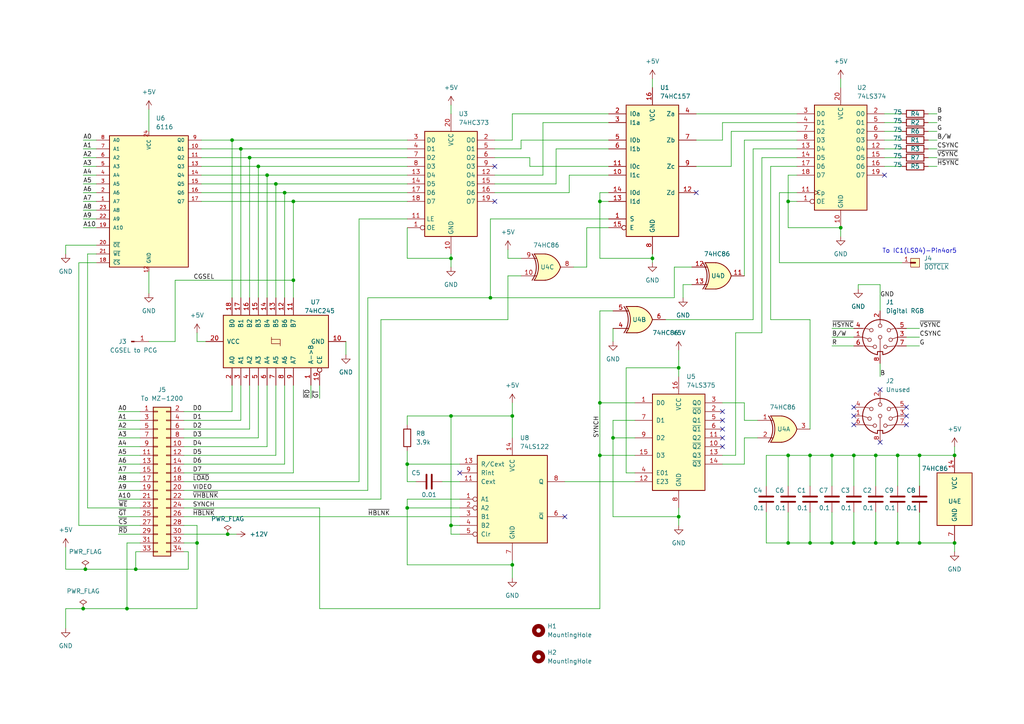
<source format=kicad_sch>
(kicad_sch (version 20231120) (generator "eeschema") (generator_version "8.0")
  (paper "A4")
  (title_block (title "MZ-700-like Colour board for MZ-1200") (date "2024-07-24") (rev "1.0"))
  (lib_symbols
    (symbol "74xx:74LS122" (pin_names (offset 1.016))
      (property "Reference" "U8" (at 2.1941 17.78 0))
      (property "Value" "74LS122" (at 2.1941 15.24 0))
      (symbol "74LS122_1_0"
        (pin input inverted (at -15.24 0 0) (length 5.08) (name "A1") (number "1"))
        (pin no_connect line (at -15.24 2.54 0) (length 2.54) hide (name "NC") (number "10"))
        (pin input line (at -15.24 5.08 0) (length 5.08) (name "Cext") (number "11"))
        (pin no_connect line (at -15.24 5.08 0) (length 2.54) hide (name "NC") (number "12"))
        (pin input line (at -15.24 10.16 0) (length 5.08) (name "R/Cext") (number "13"))
        (pin power_in line (at 0 17.78 270) (length 5.08) (name "VCC") (number "14"))
        (pin input inverted (at -15.24 -2.54 0) (length 5.08) (name "A2") (number "2"))
        (pin input line (at -15.24 -5.08 0) (length 5.08) (name "B1") (number "3"))
        (pin input line (at -15.24 -7.62 0) (length 5.08) (name "B2") (number "4"))
        (pin input inverted (at -15.24 -10.16 0) (length 5.08) (name "Clr") (number "5"))
        (pin output line (at 15.24 -5.08 180) (length 5.08) (name "~{Q}") (number "6"))
        (pin power_in line (at 0 -17.78 90) (length 5.08) (name "GND") (number "7"))
        (pin output line (at 15.24 5.08 180) (length 5.08) (name "Q") (number "8"))
        (pin input line (at -15.24 7.62 0) (length 5.08) (name "Rint") (number "9"))
      )
    )
    (symbol "74xx:74LS157" (pin_names (offset 1.016))
      (property "Reference" "U" (at -7.62 19.05 0))
      (property "Value" "74LS157" (at -7.62 -21.59 0))
      (symbol "74LS157_1_0"
        (pin input line (at -12.7 -15.24 0) (length 5.08) (name "S") (number "1"))
        (pin input line (at -12.7 -2.54 0) (length 5.08) (name "I1c") (number "10"))
        (pin input line (at -12.7 0 0) (length 5.08) (name "I0c") (number "11"))
        (pin output line (at 12.7 -7.62 180) (length 5.08) (name "Zd") (number "12"))
        (pin input line (at -12.7 -10.16 0) (length 5.08) (name "I1d") (number "13"))
        (pin input line (at -12.7 -7.62 0) (length 5.08) (name "I0d") (number "14"))
        (pin input inverted (at -12.7 -17.78 0) (length 5.08) (name "E") (number "15"))
        (pin power_in line (at 0 22.86 270) (length 5.08) (name "VCC") (number "16"))
        (pin input line (at -12.7 15.24 0) (length 5.08) (name "I0a") (number "2"))
        (pin input line (at -12.7 12.7 0) (length 5.08) (name "I1a") (number "3"))
        (pin output line (at 12.7 15.24 180) (length 5.08) (name "Za") (number "4"))
        (pin input line (at -12.7 7.62 0) (length 5.08) (name "I0b") (number "5"))
        (pin input line (at -12.7 5.08 0) (length 5.08) (name "I1b") (number "6"))
        (pin output line (at 12.7 7.62 180) (length 5.08) (name "Zb") (number "7"))
        (pin power_in line (at 0 -25.4 90) (length 5.08) (name "GND") (number "8"))
        (pin output line (at 12.7 0 180) (length 5.08) (name "Zc") (number "9"))
      )
    )
    (symbol "74xx:74LS245" (pin_names (offset 1.016))
      (property "Reference" "U" (at -7.62 16.51 0))
      (property "Value" "74LS245" (at -7.62 -16.51 0))
      (symbol "74LS245_1_0"
        (pin input line (at -12.7 -10.16 0) (length 5.08) (name "A->B") (number "1"))
        (pin power_in line (at 0 -20.32 90) (length 5.08) (name "GND") (number "10"))
        (pin tri_state line (at 12.7 -5.08 180) (length 5.08) (name "B7") (number "11"))
        (pin tri_state line (at 12.7 -2.54 180) (length 5.08) (name "B6") (number "12"))
        (pin tri_state line (at 12.7 0 180) (length 5.08) (name "B5") (number "13"))
        (pin tri_state line (at 12.7 2.54 180) (length 5.08) (name "B4") (number "14"))
        (pin tri_state line (at 12.7 5.08 180) (length 5.08) (name "B3") (number "15"))
        (pin tri_state line (at 12.7 7.62 180) (length 5.08) (name "B2") (number "16"))
        (pin tri_state line (at 12.7 10.16 180) (length 5.08) (name "B1") (number "17"))
        (pin tri_state line (at 12.7 12.7 180) (length 5.08) (name "B0") (number "18"))
        (pin input inverted (at -12.7 -12.7 0) (length 5.08) (name "CE") (number "19"))
        (pin tri_state line (at -12.7 12.7 0) (length 5.08) (name "A0") (number "2"))
        (pin power_in line (at 0 20.32 270) (length 5.08) (name "VCC") (number "20"))
        (pin tri_state line (at -12.7 10.16 0) (length 5.08) (name "A1") (number "3"))
        (pin tri_state line (at -12.7 7.62 0) (length 5.08) (name "A2") (number "4"))
        (pin tri_state line (at -12.7 5.08 0) (length 5.08) (name "A3") (number "5"))
        (pin tri_state line (at -12.7 2.54 0) (length 5.08) (name "A4") (number "6"))
        (pin tri_state line (at -12.7 0 0) (length 5.08) (name "A5") (number "7"))
        (pin tri_state line (at -12.7 -2.54 0) (length 5.08) (name "A6") (number "8"))
        (pin tri_state line (at -12.7 -5.08 0) (length 5.08) (name "A7") (number "9"))
      )
    )
    (symbol "74xx:74LS373"
      (property "Reference" "U" (at -7.62 16.51 0))
      (property "Value" "74LS373" (at -7.62 -16.51 0))
      (symbol "74LS373_1_0"
        (pin input inverted (at -12.7 -12.7 0) (length 5.08) (name "OE") (number "1"))
        (pin power_in line (at 0 -20.32 90) (length 5.08) (name "GND") (number "10"))
        (pin input line (at -12.7 -10.16 0) (length 5.08) (name "LE") (number "11"))
        (pin tri_state line (at 12.7 2.54 180) (length 5.08) (name "O4") (number "12"))
        (pin input line (at -12.7 2.54 0) (length 5.08) (name "D4") (number "13"))
        (pin input line (at -12.7 0 0) (length 5.08) (name "D5") (number "14"))
        (pin tri_state line (at 12.7 0 180) (length 5.08) (name "O5") (number "15"))
        (pin tri_state line (at 12.7 -2.54 180) (length 5.08) (name "O6") (number "16"))
        (pin input line (at -12.7 -2.54 0) (length 5.08) (name "D6") (number "17"))
        (pin input line (at -12.7 -5.08 0) (length 5.08) (name "D7") (number "18"))
        (pin tri_state line (at 12.7 -5.08 180) (length 5.08) (name "O7") (number "19"))
        (pin tri_state line (at 12.7 12.7 180) (length 5.08) (name "O0") (number "2"))
        (pin power_in line (at 0 20.32 270) (length 5.08) (name "VCC") (number "20"))
        (pin input line (at -12.7 12.7 0) (length 5.08) (name "D0") (number "3"))
        (pin input line (at -12.7 10.16 0) (length 5.08) (name "D1") (number "4"))
        (pin tri_state line (at 12.7 10.16 180) (length 5.08) (name "O1") (number "5"))
        (pin tri_state line (at 12.7 7.62 180) (length 5.08) (name "O2") (number "6"))
        (pin input line (at -12.7 7.62 0) (length 5.08) (name "D2") (number "7"))
        (pin input line (at -12.7 5.08 0) (length 5.08) (name "D3") (number "8"))
        (pin tri_state line (at 12.7 5.08 180) (length 5.08) (name "O3") (number "9"))
      )
    )
    (symbol "74xx:74LS374"
      (property "Reference" "U" (at -7.62 16.51 0))
      (property "Value" "74LS374" (at -7.62 -16.51 0))
      (symbol "74LS374_1_0"
        (pin input inverted (at -12.7 -12.7 0) (length 5.08) (name "OE") (number "1"))
        (pin power_in line (at 0 -20.32 90) (length 5.08) (name "GND") (number "10"))
        (pin input clock (at -12.7 -10.16 0) (length 5.08) (name "Cp") (number "11"))
        (pin tri_state line (at 12.7 2.54 180) (length 5.08) (name "O4") (number "12"))
        (pin input line (at -12.7 2.54 0) (length 5.08) (name "D4") (number "13"))
        (pin input line (at -12.7 0 0) (length 5.08) (name "D5") (number "14"))
        (pin tri_state line (at 12.7 0 180) (length 5.08) (name "O5") (number "15"))
        (pin tri_state line (at 12.7 -2.54 180) (length 5.08) (name "O6") (number "16"))
        (pin input line (at -12.7 -2.54 0) (length 5.08) (name "D6") (number "17"))
        (pin input line (at -12.7 -5.08 0) (length 5.08) (name "D7") (number "18"))
        (pin tri_state line (at 12.7 -5.08 180) (length 5.08) (name "O7") (number "19"))
        (pin tri_state line (at 12.7 12.7 180) (length 5.08) (name "O0") (number "2"))
        (pin power_in line (at 0 20.32 270) (length 5.08) (name "VCC") (number "20"))
        (pin input line (at -12.7 12.7 0) (length 5.08) (name "D0") (number "3"))
        (pin input line (at -12.7 10.16 0) (length 5.08) (name "D1") (number "4"))
        (pin tri_state line (at 12.7 10.16 180) (length 5.08) (name "O1") (number "5"))
        (pin tri_state line (at 12.7 7.62 180) (length 5.08) (name "O2") (number "6"))
        (pin input line (at -12.7 7.62 0) (length 5.08) (name "D2") (number "7"))
        (pin input line (at -12.7 5.08 0) (length 5.08) (name "D3") (number "8"))
        (pin tri_state line (at 12.7 5.08 180) (length 5.08) (name "O3") (number "9"))
      )
    )
    (symbol "74xx:74LS375" (pin_names (offset 1.016))
      (property "Reference" "U" (at -7.62 13.97 0))
      (property "Value" "74LS375" (at -7.62 -16.51 0))
      (symbol "74LS375_1_0"
        (pin input line (at -12.7 10.16 0) (length 5.08) (name "D0") (number "1"))
        (pin output line (at 12.7 -2.54 180) (length 5.08) (name "~{Q2}") (number "10"))
        (pin output line (at 12.7 0 180) (length 5.08) (name "Q2") (number "11"))
        (pin input line (at -12.7 -12.7 0) (length 5.08) (name "E23") (number "12"))
        (pin output line (at 12.7 -5.08 180) (length 5.08) (name "Q3") (number "13"))
        (pin output line (at 12.7 -7.62 180) (length 5.08) (name "~{Q3}") (number "14"))
        (pin input line (at -12.7 -5.08 0) (length 5.08) (name "D3") (number "15"))
        (pin power_in line (at 0 17.78 270) (length 5.08) (name "VCC") (number "16"))
        (pin output line (at 12.7 7.62 180) (length 5.08) (name "~{Q0}") (number "2"))
        (pin output line (at 12.7 10.16 180) (length 5.08) (name "Q0") (number "3"))
        (pin input line (at -12.7 -10.16 0) (length 5.08) (name "E01") (number "4"))
        (pin output line (at 12.7 5.08 180) (length 5.08) (name "Q1") (number "5"))
        (pin output line (at 12.7 2.54 180) (length 5.08) (name "~{Q1}") (number "6"))
        (pin input line (at -12.7 5.08 0) (length 5.08) (name "D1") (number "7"))
        (pin power_in line (at 0 -20.32 90) (length 5.08) (name "GND") (number "8"))
        (pin input line (at -12.7 0 0) (length 5.08) (name "D2") (number "9"))
      )
    )
    (symbol "74xx:74LS86" (pin_names (offset 1.016))
      (property "Reference" "U" (at 0 1.27 0))
      (property "Value" "74LS86" (at 0 -1.27 0))
      (symbol "74LS86_1_0"
        (pin input line (at -7.62 2.54 0) (length 4.445) (name "~") (number "1"))
        (pin input line (at -7.62 -2.54 0) (length 4.445) (name "~") (number "2"))
        (pin output line (at 7.62 0 180) (length 3.81) (name "~") (number "3"))
      )
      (symbol "74LS86_2_0"
        (pin input line (at -7.62 2.54 0) (length 4.445) (name "~") (number "4"))
        (pin input line (at -7.62 -2.54 0) (length 4.445) (name "~") (number "5"))
        (pin output line (at 7.62 0 180) (length 3.81) (name "~") (number "6"))
      )
      (symbol "74LS86_3_0"
        (pin input line (at -7.62 -2.54 0) (length 4.445) (name "~") (number "10"))
        (pin output line (at 7.62 0 180) (length 3.81) (name "~") (number "8"))
        (pin input line (at -7.62 2.54 0) (length 4.445) (name "~") (number "9"))
      )
      (symbol "74LS86_4_0"
        (pin output line (at 7.62 0 180) (length 3.81) (name "~") (number "11"))
        (pin input line (at -7.62 2.54 0) (length 4.445) (name "~") (number "12"))
        (pin input line (at -7.62 -2.54 0) (length 4.445) (name "~") (number "13"))
      )
      (symbol "74LS86_5_0"
        (pin power_in line (at 0 12.7 270) (length 5.08) (name "VCC") (number "14"))
        (pin power_in line (at 0 -12.7 90) (length 5.08) (name "GND") (number "7"))
      )
    )
    (symbol "Connector:Conn_01x01_Pin" (pin_names (offset 1.016) hide)
      (property "Reference" "J" (at 0 2.54 0))
      (property "Value" "Conn_01x01_Pin" (at 0 -2.54 0))
      (symbol "Conn_01x01_Pin_1_1"
        (pin passive line (at 5.08 0 180) (length 3.81) (name "Pin_1") (number "1"))
      )
    )
    (symbol "Connector:DIN-8" (pin_names (offset 1.016))
      (property "Reference" "J" (at 3.175 5.715 0))
      (property "Value" "DIN-8" (at 2.032 -5.842 0))
      (symbol "DIN-8_1_1"
        (pin passive line (at -7.62 0 0) (length 2.54) (name "~") (number "1"))
        (pin passive line (at 0 7.62 270) (length 2.54) (name "~") (number "2"))
        (pin passive line (at 7.62 0 180) (length 2.54) (name "~") (number "3"))
        (pin passive line (at -7.62 2.54 0) (length 2.54) (name "~") (number "4"))
        (pin passive line (at 7.62 2.54 180) (length 2.54) (name "~") (number "5"))
        (pin passive line (at -7.62 -2.54 0) (length 2.54) (name "~") (number "6"))
        (pin passive line (at 7.62 -2.54 180) (length 2.54) (name "~") (number "7"))
        (pin passive line (at 0 -7.62 90) (length 2.54) (name "~") (number "8"))
      )
    )
    (symbol "Connector_Generic:Conn_02x17_Odd_Even" (pin_names (offset 1.016) hide)
      (property "Reference" "J" (at 1.27 22.86 0))
      (property "Value" "Conn_02x17_Odd_Even" (at 1.27 -22.86 0))
      (symbol "Conn_02x17_Odd_Even_1_1"
        (pin passive line (at -5.08 20.32 0) (length 3.81) (name "Pin_1") (number "1"))
        (pin passive line (at 7.62 10.16 180) (length 3.81) (name "Pin_10") (number "10"))
        (pin passive line (at -5.08 7.62 0) (length 3.81) (name "Pin_11") (number "11"))
        (pin passive line (at 7.62 7.62 180) (length 3.81) (name "Pin_12") (number "12"))
        (pin passive line (at -5.08 5.08 0) (length 3.81) (name "Pin_13") (number "13"))
        (pin passive line (at 7.62 5.08 180) (length 3.81) (name "Pin_14") (number "14"))
        (pin passive line (at -5.08 2.54 0) (length 3.81) (name "Pin_15") (number "15"))
        (pin passive line (at 7.62 2.54 180) (length 3.81) (name "Pin_16") (number "16"))
        (pin passive line (at -5.08 0 0) (length 3.81) (name "Pin_17") (number "17"))
        (pin passive line (at 7.62 0 180) (length 3.81) (name "Pin_18") (number "18"))
        (pin passive line (at -5.08 -2.54 0) (length 3.81) (name "Pin_19") (number "19"))
        (pin passive line (at 7.62 20.32 180) (length 3.81) (name "Pin_2") (number "2"))
        (pin passive line (at 7.62 -2.54 180) (length 3.81) (name "Pin_20") (number "20"))
        (pin passive line (at -5.08 -5.08 0) (length 3.81) (name "Pin_21") (number "21"))
        (pin passive line (at 7.62 -5.08 180) (length 3.81) (name "Pin_22") (number "22"))
        (pin passive line (at -5.08 -7.62 0) (length 3.81) (name "Pin_23") (number "23"))
        (pin passive line (at 7.62 -7.62 180) (length 3.81) (name "Pin_24") (number "24"))
        (pin passive line (at -5.08 -10.16 0) (length 3.81) (name "Pin_25") (number "25"))
        (pin passive line (at 7.62 -10.16 180) (length 3.81) (name "Pin_26") (number "26"))
        (pin passive line (at -5.08 -12.7 0) (length 3.81) (name "Pin_27") (number "27"))
        (pin passive line (at 7.62 -12.7 180) (length 3.81) (name "Pin_28") (number "28"))
        (pin passive line (at -5.08 -15.24 0) (length 3.81) (name "Pin_29") (number "29"))
        (pin passive line (at -5.08 17.78 0) (length 3.81) (name "Pin_3") (number "3"))
        (pin passive line (at 7.62 -15.24 180) (length 3.81) (name "Pin_30") (number "30"))
        (pin passive line (at -5.08 -17.78 0) (length 3.81) (name "Pin_31") (number "31"))
        (pin passive line (at 7.62 -17.78 180) (length 3.81) (name "Pin_32") (number "32"))
        (pin passive line (at -5.08 -20.32 0) (length 3.81) (name "Pin_33") (number "33"))
        (pin passive line (at 7.62 -20.32 180) (length 3.81) (name "Pin_34") (number "34"))
        (pin passive line (at 7.62 17.78 180) (length 3.81) (name "Pin_4") (number "4"))
        (pin passive line (at -5.08 15.24 0) (length 3.81) (name "Pin_5") (number "5"))
        (pin passive line (at 7.62 15.24 180) (length 3.81) (name "Pin_6") (number "6"))
        (pin passive line (at -5.08 12.7 0) (length 3.81) (name "Pin_7") (number "7"))
        (pin passive line (at 7.62 12.7 180) (length 3.81) (name "Pin_8") (number "8"))
        (pin passive line (at -5.08 10.16 0) (length 3.81) (name "Pin_9") (number "9"))
      )
    )
    (symbol "Device:C" (pin_numbers hide) (pin_names (offset 0.254))
      (property "Reference" "C" (at 0.635 2.54 0))
      (property "Value" "C" (at 0.635 -2.54 0))
      (symbol "C_1_1"
        (pin passive line (at 0 3.81 270) (length 2.794) (name "~") (number "1"))
        (pin passive line (at 0 -3.81 90) (length 2.794) (name "~") (number "2"))
      )
    )
    (symbol "Device:R" (pin_numbers hide) (pin_names (offset 0))
      (property "Reference" "R" (at 2.032 0 90))
      (property "Value" "R" (at 0 0 90))
      (symbol "R_1_1"
        (pin passive line (at 0 3.81 270) (length 1.27) (name "~") (number "1"))
        (pin passive line (at 0 -3.81 90) (length 1.27) (name "~") (number "2"))
      )
    )
    (symbol "Mechanical:MountingHole" (pin_names (offset 1.016))
      (property "Reference" "H" (at 0 5.08 0))
      (property "Value" "MountingHole" (at 0 3.175 0))
    )
    (symbol "OLDmemory:6116" (pin_names (offset 1.016))
      (property "Reference" "U" (at -10.16 20.32 0))
      (property "Value" "6116" (at 8.89 -20.32 0))
      (symbol "6116_0_0"
        (pin power_in line (at 0 -20.32 90) (length 1.27) (name "GND") (number "12"))
        (pin power_in line (at 0 20.32 270) (length 1.27) (name "VCC") (number "24"))
      )
      (symbol "6116_1_1"
        (pin input line (at -15.24 0 0) (length 3.81) (name "A7") (number "1"))
        (pin tri_state line (at 15.24 15.24 180) (length 3.81) (name "Q1") (number "10"))
        (pin tri_state line (at 15.24 12.7 180) (length 3.81) (name "Q2") (number "11"))
        (pin tri_state line (at 15.24 10.16 180) (length 3.81) (name "Q3") (number "13"))
        (pin tri_state line (at 15.24 7.62 180) (length 3.81) (name "Q4") (number "14"))
        (pin tri_state line (at 15.24 5.08 180) (length 3.81) (name "Q5") (number "15"))
        (pin tri_state line (at 15.24 2.54 180) (length 3.81) (name "Q6") (number "16"))
        (pin tri_state line (at 15.24 0 180) (length 3.81) (name "Q7") (number "17"))
        (pin input line (at -15.24 -17.78 0) (length 3.81) (name "~{CS}") (number "18"))
        (pin input line (at -15.24 -7.62 0) (length 3.81) (name "A10") (number "19"))
        (pin input line (at -15.24 2.54 0) (length 3.81) (name "A6") (number "2"))
        (pin input line (at -15.24 -12.7 0) (length 3.81) (name "~{OE}") (number "20"))
        (pin input line (at -15.24 -15.24 0) (length 3.81) (name "~{WE}") (number "21"))
        (pin input line (at -15.24 -5.08 0) (length 3.81) (name "A9") (number "22"))
        (pin input line (at -15.24 -2.54 0) (length 3.81) (name "A8") (number "23"))
        (pin input line (at -15.24 5.08 0) (length 3.81) (name "A5") (number "3"))
        (pin input line (at -15.24 7.62 0) (length 3.81) (name "A4") (number "4"))
        (pin input line (at -15.24 10.16 0) (length 3.81) (name "A3") (number "5"))
        (pin input line (at -15.24 12.7 0) (length 3.81) (name "A2") (number "6"))
        (pin input line (at -15.24 15.24 0) (length 3.81) (name "A1") (number "7"))
        (pin input line (at -15.24 17.78 0) (length 3.81) (name "A0") (number "8"))
        (pin tri_state line (at 15.24 17.78 180) (length 3.81) (name "Q0") (number "9"))
      )
    )
    (symbol "PCM_SL_Pin_Headers:PINHD_1x1_Male"
      (property "Reference" "J" (at 0 6.35 0))
      (property "Value" "PINHD_1x1_Male" (at 0 3.81 0))
      (symbol "PINHD_1x1_Male_1_1"
        (pin passive line (at -3.81 0 0) (length 2.54) (name "") (number "1"))
      )
    )
    (symbol "power:+12V" (power) (pin_names (offset 0))
      (property "Value" "+12V" (at 0 3.556 0))
      (symbol "+12V_1_1"
        (pin power_in line (at 0 0 90) (length 0) hide (name "+12V") (number "1"))
      )
    )
    (symbol "power:+5V" (power) (pin_names (offset 0))
      (property "Value" "+5V" (at 0 3.556 0))
      (symbol "+5V_1_1"
        (pin power_in line (at 0 0 90) (length 0) hide (name "+5V") (number "1"))
      )
    )
    (symbol "power:GND" (power) (pin_names (offset 0))
      (property "Value" "GND" (at 0 -3.81 0))
      (symbol "GND_1_1"
        (pin power_in line (at 0 0 270) (length 0) hide (name "GND") (number "1"))
      )
    )
    (symbol "power:PWR_FLAG" (power) (pin_numbers hide) (pin_names (offset 0) hide)
      (property "Value" "PWR_FLAG" (at 0 3.81 0))
      (symbol "PWR_FLAG_0_0"
        (pin power_out line (at 0 0 90) (length 0) (name "pwr") (number "1"))
      )
    )
  )
  (junction (at 85.09 58.42))
  (junction (at 173.99 132.08))
  (junction (at 173.99 116.84))
  (junction (at 130.81 120.65))
  (junction (at 69.85 43.18))
  (junction (at 189.23 74.93))
  (junction (at 142.24 86.36))
  (junction (at 66.04 154.94))
  (junction (at 118.11 134.62))
  (junction (at 74.93 48.26))
  (junction (at 82.55 55.88))
  (junction (at 148.59 163.83))
  (junction (at 118.11 147.32))
  (junction (at 247.65 132.08))
  (junction (at 260.35 157.48))
  (junction (at 266.7 157.48))
  (junction (at 228.6 132.08))
  (junction (at 67.31 40.64))
  (junction (at 241.3 132.08))
  (junction (at 24.765 165.1))
  (junction (at 80.01 53.34))
  (junction (at 196.85 149.86))
  (junction (at 57.15 157.48))
  (junction (at 254 132.08))
  (junction (at 39.37 165.1))
  (junction (at 228.6 58.42))
  (junction (at 77.47 50.8))
  (junction (at 254 157.48))
  (junction (at 72.39 45.72))
  (junction (at 24.13 176.53))
  (junction (at 173.99 58.42))
  (junction (at 36.83 176.53))
  (junction (at 241.3 157.48))
  (junction (at 234.95 132.08))
  (junction (at 234.95 157.48))
  (junction (at 148.59 120.65))
  (junction (at 276.86 132.08))
  (junction (at 130.81 74.93))
  (junction (at 130.81 152.4))
  (junction (at 196.85 106.68))
  (junction (at 276.86 157.48))
  (junction (at 228.6 157.48))
  (junction (at 243.84 66.04))
  (junction (at 177.8 127))
  (junction (at 260.35 132.08))
  (junction (at 247.65 157.48))
  (junction (at 85.09 81.28))
  (junction (at 266.7 132.08))
  (no_connect (at 255.27 113.03))
  (no_connect (at 209.55 127))
  (no_connect (at 209.55 129.54))
  (no_connect (at 201.93 55.88))
  (no_connect (at 143.51 58.42))
  (no_connect (at 255.27 128.27))
  (no_connect (at 143.51 48.26))
  (no_connect (at 262.89 118.11))
  (no_connect (at 262.89 123.19))
  (no_connect (at 133.35 137.16))
  (no_connect (at 209.55 124.46))
  (no_connect (at 256.54 50.8))
  (no_connect (at 209.55 121.92))
  (no_connect (at 262.89 120.65))
  (no_connect (at 247.65 120.65))
  (no_connect (at 163.83 149.86))
  (no_connect (at 247.65 118.11))
  (no_connect (at 209.55 119.38))
  (no_connect (at 247.65 123.19))
  (wire (pts (xy 82.55 111.76) (xy 82.55 134.62)))
  (wire (pts (xy 36.83 157.48) (xy 36.83 176.53)))
  (wire (pts (xy 177.8 121.92) (xy 177.8 127)))
  (wire (pts (xy 54.61 160.02) (xy 53.34 160.02)))
  (wire (pts (xy 53.34 139.7) (xy 104.14 139.7)))
  (wire (pts (xy 22.86 152.4) (xy 22.86 76.2)))
  (wire (pts (xy 200.66 77.47) (xy 195.58 77.47)))
  (wire (pts (xy 193.04 92.71) (xy 218.44 92.71)))
  (wire (pts (xy 189.23 76.2) (xy 189.23 74.93)))
  (wire (pts (xy 24.765 165.1) (xy 39.37 165.1)))
  (wire (pts (xy 34.29 139.7) (xy 40.64 139.7)))
  (wire (pts (xy 255.27 82.55) (xy 248.92 82.55)))
  (wire (pts (xy 163.83 139.7) (xy 184.15 139.7)))
  (wire (pts (xy 231.14 55.88) (xy 226.06 55.88)))
  (wire (pts (xy 143.51 45.72) (xy 153.67 45.72)))
  (wire (pts (xy 254 132.08) (xy 260.35 132.08)))
  (wire (pts (xy 148.59 40.64) (xy 148.59 33.02)))
  (wire (pts (xy 118.11 66.04) (xy 118.11 74.93)))
  (wire (pts (xy 39.37 165.1) (xy 54.61 165.1)))
  (wire (pts (xy 209.55 132.08) (xy 213.36 132.08)))
  (wire (pts (xy 34.29 149.86) (xy 40.64 149.86)))
  (wire (pts (xy 177.8 127) (xy 184.15 127)))
  (wire (pts (xy 234.95 132.08) (xy 241.3 132.08)))
  (wire (pts (xy 262.89 100.33) (xy 266.7 100.33)))
  (wire (pts (xy 241.3 100.33) (xy 247.65 100.33)))
  (wire (pts (xy 151.13 80.01) (xy 147.32 80.01)))
  (wire (pts (xy 50.8 81.28) (xy 85.09 81.28)))
  (wire (pts (xy 67.31 40.64) (xy 58.42 40.64)))
  (wire (pts (xy 234.95 157.48) (xy 234.95 148.59)))
  (wire (pts (xy 34.29 129.54) (xy 40.64 129.54)))
  (wire (pts (xy 234.95 132.08) (xy 234.95 140.97)))
  (wire (pts (xy 212.09 48.26) (xy 212.09 38.1)))
  (wire (pts (xy 195.58 77.47) (xy 195.58 86.36)))
  (wire (pts (xy 228.6 132.08) (xy 228.6 140.97)))
  (wire (pts (xy 241.3 95.25) (xy 247.65 95.25)))
  (wire (pts (xy 39.37 165.1) (xy 39.37 160.02)))
  (wire (pts (xy 173.99 116.84) (xy 173.99 132.08)))
  (wire (pts (xy 198.12 82.55) (xy 200.66 82.55)))
  (wire (pts (xy 173.99 74.93) (xy 189.23 74.93)))
  (wire (pts (xy 184.15 121.92) (xy 177.8 121.92)))
  (wire (pts (xy 58.42 50.8) (xy 77.47 50.8)))
  (wire (pts (xy 90.17 111.76) (xy 90.17 115.57)))
  (wire (pts (xy 36.83 176.53) (xy 57.15 176.53)))
  (wire (pts (xy 130.81 154.94) (xy 133.35 154.94)))
  (wire (pts (xy 34.29 144.78) (xy 40.64 144.78)))
  (wire (pts (xy 215.9 80.01) (xy 215.9 40.64)))
  (wire (pts (xy 262.89 97.79) (xy 266.7 97.79)))
  (wire (pts (xy 118.11 147.32) (xy 118.11 144.78)))
  (wire (pts (xy 241.3 157.48) (xy 247.65 157.48)))
  (wire (pts (xy 223.52 92.71) (xy 223.52 48.26)))
  (wire (pts (xy 261.62 45.72) (xy 256.54 45.72)))
  (wire (pts (xy 130.81 152.4) (xy 130.81 154.94)))
  (wire (pts (xy 40.64 157.48) (xy 36.83 157.48)))
  (wire (pts (xy 201.93 48.26) (xy 212.09 48.26)))
  (wire (pts (xy 184.15 137.16) (xy 181.61 137.16)))
  (wire (pts (xy 58.42 55.88) (xy 82.55 55.88)))
  (wire (pts (xy 173.99 55.88) (xy 173.99 58.42)))
  (wire (pts (xy 24.13 60.96) (xy 27.94 60.96)))
  (wire (pts (xy 153.67 45.72) (xy 153.67 48.26)))
  (wire (pts (xy 266.7 148.59) (xy 266.7 157.48)))
  (wire (pts (xy 118.11 123.19) (xy 118.11 120.65)))
  (wire (pts (xy 80.01 53.34) (xy 80.01 86.36)))
  (wire (pts (xy 130.81 74.93) (xy 130.81 73.66)))
  (wire (pts (xy 260.35 148.59) (xy 260.35 157.48)))
  (wire (pts (xy 215.9 40.64) (xy 231.14 40.64)))
  (wire (pts (xy 222.25 148.59) (xy 222.25 157.48)))
  (wire (pts (xy 228.6 157.48) (xy 234.95 157.48)))
  (wire (pts (xy 85.09 58.42) (xy 85.09 81.28)))
  (wire (pts (xy 25.4 73.66) (xy 25.4 147.32)))
  (wire (pts (xy 67.31 111.76) (xy 67.31 119.38)))
  (wire (pts (xy 247.65 132.08) (xy 254 132.08)))
  (wire (pts (xy 262.89 95.25) (xy 266.7 95.25)))
  (wire (pts (xy 19.05 71.12) (xy 27.94 71.12)))
  (wire (pts (xy 82.55 55.88) (xy 118.11 55.88)))
  (wire (pts (xy 161.29 43.18) (xy 176.53 43.18)))
  (wire (pts (xy 74.93 127) (xy 53.34 127)))
  (wire (pts (xy 19.05 158.75) (xy 19.05 165.1)))
  (wire (pts (xy 201.93 33.02) (xy 231.14 33.02)))
  (wire (pts (xy 196.85 152.4) (xy 196.85 149.86)))
  (wire (pts (xy 231.14 58.42) (xy 228.6 58.42)))
  (wire (pts (xy 50.8 99.06) (xy 50.8 81.28)))
  (wire (pts (xy 92.71 111.76) (xy 92.71 115.57)))
  (wire (pts (xy 261.62 35.56) (xy 256.54 35.56)))
  (wire (pts (xy 34.29 142.24) (xy 40.64 142.24)))
  (wire (pts (xy 269.24 45.72) (xy 271.78 45.72)))
  (wire (pts (xy 80.01 53.34) (xy 118.11 53.34)))
  (wire (pts (xy 261.62 48.26) (xy 256.54 48.26)))
  (wire (pts (xy 173.99 132.08) (xy 173.99 176.53)))
  (wire (pts (xy 266.7 157.48) (xy 276.86 157.48)))
  (wire (pts (xy 24.13 50.8) (xy 27.94 50.8)))
  (wire (pts (xy 261.62 38.1) (xy 256.54 38.1)))
  (wire (pts (xy 53.34 149.86) (xy 133.35 149.86)))
  (wire (pts (xy 219.71 127) (xy 215.9 127)))
  (wire (pts (xy 213.36 96.52) (xy 220.98 96.52)))
  (wire (pts (xy 147.32 92.71) (xy 110.49 92.71)))
  (wire (pts (xy 77.47 50.8) (xy 77.47 86.36)))
  (wire (pts (xy 151.13 40.64) (xy 176.53 40.64)))
  (wire (pts (xy 260.35 132.08) (xy 266.7 132.08)))
  (wire (pts (xy 58.42 48.26) (xy 74.93 48.26)))
  (wire (pts (xy 82.55 134.62) (xy 53.34 134.62)))
  (wire (pts (xy 130.81 30.48) (xy 130.81 33.02)))
  (wire (pts (xy 85.09 58.42) (xy 118.11 58.42)))
  (wire (pts (xy 74.93 111.76) (xy 74.93 127)))
  (wire (pts (xy 104.14 63.5) (xy 104.14 139.7)))
  (wire (pts (xy 234.95 92.71) (xy 234.95 124.46)))
  (wire (pts (xy 234.95 157.48) (xy 241.3 157.48)))
  (wire (pts (xy 24.13 66.04) (xy 27.94 66.04)))
  (wire (pts (xy 34.29 137.16) (xy 40.64 137.16)))
  (wire (pts (xy 226.06 55.88) (xy 226.06 76.2)))
  (wire (pts (xy 153.67 48.26) (xy 176.53 48.26)))
  (wire (pts (xy 166.37 77.47) (xy 170.18 77.47)))
  (wire (pts (xy 196.85 101.6) (xy 196.85 106.68)))
  (wire (pts (xy 118.11 147.32) (xy 133.35 147.32)))
  (wire (pts (xy 24.13 48.26) (xy 27.94 48.26)))
  (wire (pts (xy 25.4 147.32) (xy 40.64 147.32)))
  (wire (pts (xy 69.85 43.18) (xy 69.85 86.36)))
  (wire (pts (xy 85.09 137.16) (xy 85.09 111.76)))
  (wire (pts (xy 269.24 40.64) (xy 271.78 40.64)))
  (wire (pts (xy 72.39 45.72) (xy 118.11 45.72)))
  (wire (pts (xy 69.85 111.76) (xy 69.85 121.92)))
  (wire (pts (xy 173.99 90.17) (xy 173.99 116.84)))
  (wire (pts (xy 69.85 121.92) (xy 53.34 121.92)))
  (wire (pts (xy 19.05 73.66) (xy 19.05 71.12)))
  (wire (pts (xy 247.65 132.08) (xy 247.65 140.97)))
  (wire (pts (xy 58.42 58.42) (xy 85.09 58.42)))
  (wire (pts (xy 67.31 86.36) (xy 67.31 40.64)))
  (wire (pts (xy 40.64 152.4) (xy 22.86 152.4)))
  (wire (pts (xy 254 140.97) (xy 254 132.08)))
  (wire (pts (xy 128.27 139.7) (xy 133.35 139.7)))
  (wire (pts (xy 77.47 129.54) (xy 77.47 111.76)))
  (wire (pts (xy 53.34 144.78) (xy 110.49 144.78)))
  (wire (pts (xy 53.34 142.24) (xy 106.68 142.24)))
  (wire (pts (xy 269.24 33.02) (xy 271.78 33.02)))
  (wire (pts (xy 130.81 77.47) (xy 130.81 74.93)))
  (wire (pts (xy 143.51 53.34) (xy 161.29 53.34)))
  (wire (pts (xy 241.3 97.79) (xy 247.65 97.79)))
  (wire (pts (xy 57.15 96.52) (xy 57.15 99.06)))
  (wire (pts (xy 77.47 50.8) (xy 118.11 50.8)))
  (wire (pts (xy 218.44 43.18) (xy 231.14 43.18)))
  (wire (pts (xy 118.11 74.93) (xy 130.81 74.93)))
  (wire (pts (xy 201.93 40.64) (xy 209.55 40.64)))
  (wire (pts (xy 209.55 40.64) (xy 209.55 35.56)))
  (wire (pts (xy 269.24 38.1) (xy 271.78 38.1)))
  (wire (pts (xy 57.15 152.4) (xy 57.15 157.48)))
  (wire (pts (xy 215.9 127) (xy 215.9 134.62)))
  (wire (pts (xy 176.53 63.5) (xy 142.24 63.5)))
  (wire (pts (xy 198.12 86.36) (xy 198.12 82.55)))
  (wire (pts (xy 142.24 86.36) (xy 106.68 86.36)))
  (wire (pts (xy 58.42 45.72) (xy 72.39 45.72)))
  (wire (pts (xy 228.6 66.04) (xy 243.84 66.04)))
  (wire (pts (xy 118.11 139.7) (xy 118.11 134.62)))
  (wire (pts (xy 53.34 129.54) (xy 77.47 129.54)))
  (wire (pts (xy 196.85 149.86) (xy 196.85 147.32)))
  (wire (pts (xy 80.01 132.08) (xy 53.34 132.08)))
  (wire (pts (xy 170.18 77.47) (xy 170.18 66.04)))
  (wire (pts (xy 54.61 165.1) (xy 54.61 160.02)))
  (wire (pts (xy 57.15 176.53) (xy 57.15 157.48)))
  (wire (pts (xy 143.51 55.88) (xy 165.1 55.88)))
  (wire (pts (xy 148.59 120.65) (xy 148.59 127)))
  (wire (pts (xy 177.8 99.06) (xy 177.8 95.25)))
  (wire (pts (xy 209.55 134.62) (xy 215.9 134.62)))
  (wire (pts (xy 118.11 147.32) (xy 118.11 163.83)))
  (wire (pts (xy 43.18 99.06) (xy 50.8 99.06)))
  (wire (pts (xy 22.86 76.2) (xy 27.94 76.2)))
  (wire (pts (xy 243.84 22.86) (xy 243.84 25.4)))
  (wire (pts (xy 176.53 55.88) (xy 173.99 55.88)))
  (wire (pts (xy 261.62 40.64) (xy 256.54 40.64)))
  (wire (pts (xy 228.6 58.42) (xy 228.6 66.04)))
  (wire (pts (xy 261.62 43.18) (xy 256.54 43.18)))
  (wire (pts (xy 157.48 50.8) (xy 157.48 35.56)))
  (wire (pts (xy 173.99 58.42) (xy 173.99 74.93)))
  (wire (pts (xy 254 157.48) (xy 260.35 157.48)))
  (wire (pts (xy 157.48 35.56) (xy 176.53 35.56)))
  (wire (pts (xy 212.09 38.1) (xy 231.14 38.1)))
  (wire (pts (xy 120.65 139.7) (xy 118.11 139.7)))
  (wire (pts (xy 196.85 149.86) (xy 177.8 149.86)))
  (wire (pts (xy 261.62 33.02) (xy 256.54 33.02)))
  (wire (pts (xy 255.27 82.55) (xy 255.27 90.17)))
  (wire (pts (xy 34.29 134.62) (xy 40.64 134.62)))
  (wire (pts (xy 24.13 43.18) (xy 27.94 43.18)))
  (wire (pts (xy 53.34 152.4) (xy 57.15 152.4)))
  (wire (pts (xy 255.27 105.41) (xy 255.27 109.22)))
  (wire (pts (xy 69.85 43.18) (xy 118.11 43.18)))
  (wire (pts (xy 276.86 129.54) (xy 276.86 132.08)))
  (wire (pts (xy 269.24 48.26) (xy 271.78 48.26)))
  (wire (pts (xy 53.34 124.46) (xy 72.39 124.46)))
  (wire (pts (xy 269.24 43.18) (xy 271.78 43.18)))
  (wire (pts (xy 130.81 120.65) (xy 130.81 152.4)))
  (wire (pts (xy 220.98 96.52) (xy 220.98 45.72)))
  (wire (pts (xy 177.8 90.17) (xy 173.99 90.17)))
  (wire (pts (xy 234.95 92.71) (xy 223.52 92.71)))
  (wire (pts (xy 260.35 157.48) (xy 266.7 157.48)))
  (wire (pts (xy 66.04 154.94) (xy 53.34 154.94)))
  (wire (pts (xy 241.3 157.48) (xy 241.3 148.59)))
  (wire (pts (xy 226.06 76.2) (xy 261.62 76.2)))
  (wire (pts (xy 228.6 50.8) (xy 231.14 50.8)))
  (wire (pts (xy 110.49 92.71) (xy 110.49 144.78)))
  (wire (pts (xy 118.11 63.5) (xy 104.14 63.5)))
  (wire (pts (xy 177.8 149.86) (xy 177.8 127)))
  (wire (pts (xy 43.18 31.75) (xy 43.18 38.1)))
  (wire (pts (xy 196.85 106.68) (xy 196.85 109.22)))
  (wire (pts (xy 181.61 106.68) (xy 196.85 106.68)))
  (wire (pts (xy 43.18 85.09) (xy 43.18 78.74)))
  (wire (pts (xy 85.09 81.28) (xy 85.09 86.36)))
  (wire (pts (xy 74.93 48.26) (xy 118.11 48.26)))
  (wire (pts (xy 106.68 86.36) (xy 106.68 142.24)))
  (wire (pts (xy 189.23 74.93) (xy 189.23 73.66)))
  (wire (pts (xy 57.15 99.06) (xy 59.69 99.06)))
  (wire (pts (xy 173.99 176.53) (xy 92.71 176.53)))
  (wire (pts (xy 266.7 132.08) (xy 276.86 132.08)))
  (wire (pts (xy 34.29 119.38) (xy 40.64 119.38)))
  (wire (pts (xy 266.7 140.97) (xy 266.7 132.08)))
  (wire (pts (xy 241.3 132.08) (xy 247.65 132.08)))
  (wire (pts (xy 213.36 132.08) (xy 213.36 96.52)))
  (wire (pts (xy 184.15 116.84) (xy 173.99 116.84)))
  (wire (pts (xy 247.65 157.48) (xy 254 157.48)))
  (wire (pts (xy 165.1 55.88) (xy 165.1 50.8)))
  (wire (pts (xy 72.39 45.72) (xy 72.39 86.36)))
  (wire (pts (xy 189.23 22.86) (xy 189.23 25.4)))
  (wire (pts (xy 118.11 134.62) (xy 118.11 130.81)))
  (wire (pts (xy 53.34 137.16) (xy 85.09 137.16)))
  (wire (pts (xy 118.11 40.64) (xy 67.31 40.64)))
  (wire (pts (xy 215.9 121.92) (xy 219.71 121.92)))
  (wire (pts (xy 222.25 140.97) (xy 222.25 132.08)))
  (wire (pts (xy 143.51 40.64) (xy 148.59 40.64)))
  (wire (pts (xy 24.13 58.42) (xy 27.94 58.42)))
  (wire (pts (xy 34.29 127) (xy 40.64 127)))
  (wire (pts (xy 220.98 45.72) (xy 231.14 45.72)))
  (wire (pts (xy 82.55 55.88) (xy 82.55 86.36)))
  (wire (pts (xy 57.15 157.48) (xy 53.34 157.48)))
  (wire (pts (xy 170.18 66.04) (xy 176.53 66.04)))
  (wire (pts (xy 34.29 124.46) (xy 40.64 124.46)))
  (wire (pts (xy 147.32 74.93) (xy 151.13 74.93)))
  (wire (pts (xy 269.24 35.56) (xy 271.78 35.56)))
  (wire (pts (xy 209.55 35.56) (xy 231.14 35.56)))
  (wire (pts (xy 74.93 48.26) (xy 74.93 86.36)))
  (wire (pts (xy 215.9 116.84) (xy 215.9 121.92)))
  (wire (pts (xy 118.11 120.65) (xy 130.81 120.65)))
  (wire (pts (xy 53.34 119.38) (xy 67.31 119.38)))
  (wire (pts (xy 222.25 157.48) (xy 228.6 157.48)))
  (wire (pts (xy 228.6 50.8) (xy 228.6 58.42)))
  (wire (pts (xy 19.05 176.53) (xy 24.13 176.53)))
  (wire (pts (xy 118.11 163.83) (xy 148.59 163.83)))
  (wire (pts (xy 40.64 160.02) (xy 39.37 160.02)))
  (wire (pts (xy 118.11 144.78) (xy 133.35 144.78)))
  (wire (pts (xy 148.59 33.02) (xy 176.53 33.02)))
  (wire (pts (xy 147.32 80.01) (xy 147.32 92.71)))
  (wire (pts (xy 34.29 132.08) (xy 40.64 132.08)))
  (wire (pts (xy 72.39 124.46) (xy 72.39 111.76)))
  (wire (pts (xy 147.32 72.39) (xy 147.32 74.93)))
  (wire (pts (xy 248.92 82.55) (xy 248.92 83.82)))
  (wire (pts (xy 24.13 55.88) (xy 27.94 55.88)))
  (wire (pts (xy 260.35 140.97) (xy 260.35 132.08)))
  (wire (pts (xy 228.6 157.48) (xy 228.6 148.59)))
  (wire (pts (xy 276.86 160.02) (xy 276.86 157.48)))
  (wire (pts (xy 142.24 63.5) (xy 142.24 86.36)))
  (wire (pts (xy 19.05 176.53) (xy 19.05 182.245)))
  (wire (pts (xy 53.34 147.32) (xy 92.71 147.32)))
  (wire (pts (xy 173.99 58.42) (xy 176.53 58.42)))
  (wire (pts (xy 165.1 50.8) (xy 176.53 50.8)))
  (wire (pts (xy 24.13 40.64) (xy 27.94 40.64)))
  (wire (pts (xy 148.59 163.83) (xy 148.59 167.64)))
  (wire (pts (xy 161.29 53.34) (xy 161.29 43.18)))
  (wire (pts (xy 24.13 176.53) (xy 36.83 176.53)))
  (wire (pts (xy 148.59 162.56) (xy 148.59 163.83)))
  (wire (pts (xy 34.29 121.92) (xy 40.64 121.92)))
  (wire (pts (xy 34.29 154.94) (xy 40.64 154.94)))
  (wire (pts (xy 181.61 137.16) (xy 181.61 106.68)))
  (wire (pts (xy 133.35 152.4) (xy 130.81 152.4)))
  (wire (pts (xy 118.11 134.62) (xy 133.35 134.62)))
  (wire (pts (xy 143.51 50.8) (xy 157.48 50.8)))
  (wire (pts (xy 24.13 63.5) (xy 27.94 63.5)))
  (wire (pts (xy 148.59 116.84) (xy 148.59 120.65)))
  (wire (pts (xy 58.42 53.34) (xy 80.01 53.34)))
  (wire (pts (xy 228.6 132.08) (xy 234.95 132.08)))
  (wire (pts (xy 24.13 53.34) (xy 27.94 53.34)))
  (wire (pts (xy 243.84 68.58) (xy 243.84 66.04)))
  (wire (pts (xy 92.71 176.53) (xy 92.71 147.32)))
  (wire (pts (xy 241.3 132.08) (xy 241.3 140.97)))
  (wire (pts (xy 143.51 43.18) (xy 151.13 43.18)))
  (wire (pts (xy 223.52 48.26) (xy 231.14 48.26)))
  (wire (pts (xy 100.33 102.87) (xy 100.33 99.06)))
  (wire (pts (xy 222.25 132.08) (xy 228.6 132.08)))
  (wire (pts (xy 24.13 45.72) (xy 27.94 45.72)))
  (wire (pts (xy 80.01 111.76) (xy 80.01 132.08)))
  (wire (pts (xy 151.13 43.18) (xy 151.13 40.64)))
  (wire (pts (xy 19.05 165.1) (xy 24.765 165.1)))
  (wire (pts (xy 195.58 86.36) (xy 142.24 86.36)))
  (wire (pts (xy 247.65 148.59) (xy 247.65 157.48)))
  (wire (pts (xy 254 148.59) (xy 254 157.48)))
  (wire (pts (xy 218.44 92.71) (xy 218.44 43.18)))
  (wire (pts (xy 209.55 116.84) (xy 215.9 116.84)))
  (wire (pts (xy 58.42 43.18) (xy 69.85 43.18)))
  (wire (pts (xy 173.99 132.08) (xy 184.15 132.08)))
  (wire (pts (xy 68.58 154.94) (xy 66.04 154.94)))
  (wire (pts (xy 130.81 120.65) (xy 148.59 120.65)))
  (wire (pts (xy 27.94 73.66) (xy 25.4 73.66)))
  (text "To IC1(LS04)-Pin4or5" (at 266.7 72.898 0) (effects (font (size 1.27 1.27))))
  (label "D1" (at 55.88 121.92 0))
  (label "A7" (at 34.29 137.16 0))
  (label "A2" (at 24.13 45.72 0))
  (label "~{HBLNK}" (at 55.88 149.86 0))
  (label "D2" (at 55.88 124.46 0))
  (label "VIDEO" (at 55.88 142.24 0))
  (label "D7" (at 55.88 137.16 0))
  (label "A10" (at 24.13 66.04 0))
  (label "SYNCH" (at 55.88 147.32 0))
  (label "~{VSYNC}" (at 271.78 45.72 0))
  (label "~{VSYNC}" (at 266.7 95.25 0))
  (label "~{GT}" (at 34.29 149.86 0))
  (label "CSYNC" (at 266.7 97.79 0))
  (label "~{HSYNC}" (at 271.78 48.26 0))
  (label "R" (at 241.3 100.33 0))
  (label "CGSEL" (at 62.23 81.28 180))
  (label "~{RD}" (at 34.29 154.94 0))
  (label "~{LOAD}" (at 55.88 139.7 0))
  (label "SYNCH" (at 173.99 127 90))
  (label "B{slash}W" (at 271.78 40.64 0))
  (label "~{GT}" (at 92.71 115.57 90))
  (label "A6" (at 24.13 55.88 0))
  (label "A3" (at 24.13 48.26 0))
  (label "~{CS}" (at 34.29 152.4 0))
  (label "D5" (at 55.88 132.08 0))
  (label "~{HBLNK}" (at 106.68 149.86 0))
  (label "A8" (at 34.29 139.7 0))
  (label "A9" (at 24.13 63.5 0))
  (label "A10" (at 34.29 144.78 0))
  (label "A0" (at 34.29 119.38 0))
  (label "R" (at 271.78 35.56 0))
  (label "A2" (at 34.29 124.46 0))
  (label "A8" (at 24.13 60.96 0))
  (label "A7" (at 24.13 58.42 0))
  (label "A0" (at 24.13 40.64 0))
  (label "~{HSYNC}" (at 241.3 95.25 0))
  (label "GND" (at 255.27 86.36 0))
  (label "A3" (at 34.29 127 0))
  (label "~{WE}" (at 34.29 147.32 0))
  (label "B{slash}W" (at 241.3 97.79 0))
  (label "A1" (at 34.29 121.92 0))
  (label "D6" (at 55.88 134.62 0))
  (label "~{RD}" (at 90.17 115.57 90))
  (label "D3" (at 55.88 127 0))
  (label "B" (at 271.78 33.02 0))
  (label "D0" (at 55.88 119.38 0))
  (label "B" (at 255.27 109.22 0))
  (label "A1" (at 24.13 43.18 0))
  (label "D4" (at 55.88 129.54 0))
  (label "G" (at 266.7 100.33 0))
  (label "A5" (at 24.13 53.34 0))
  (label "A4" (at 34.29 129.54 0))
  (label "A9" (at 34.29 142.24 0))
  (label "A5" (at 34.29 132.08 0))
  (label "CSYNC" (at 271.78 43.18 0))
  (label "G" (at 271.78 38.1 0))
  (label "A4" (at 24.13 50.8 0))
  (label "~{VHBLNK}" (at 55.88 144.78 0))
  (label "A6" (at 34.29 134.62 0))
  (symbol (lib_id "74xx:74LS86") (at 208.28 80.01 0) (unit 4)
    (property "Reference" "U4" (at 208.28 80.01 0))
    (property "Value" "74HC86" (at 207.9752 73.66 0))
    (property "Footprint" "Package_DIP:DIP-14_W7.62mm_Socket_LongPads" (effects (hide yes)))
    (property "Datasheet" "74xx/74ls86.pdf" (effects (hide yes)))
  )
  (symbol (lib_id "power:+5V") (at 196.85 101.6 0) (unit 1)
    (property "Reference" "#PWR018" (effects (hide yes)))
    (property "Value" "+5V" (at 196.85 96.52 0))
  )
  (symbol (lib_id "Device:R") (at 265.43 40.64 90) (unit 1)
    (property "Reference" "R1" (at 265.43 40.64 90))
    (property "Value" "75" (at 260.35 40.132 90))
    (property "Footprint" "Kao_Library:LargePad_R_Axial_DIN0204_L3.6mm_D1.6mm_P2.54mm_Vertical" (effects (hide yes)))
  )
  (symbol (lib_id "power:+5V") (at 276.86 129.54 0) (unit 1)
    (property "Reference" "#PWR022" (effects (hide yes)))
    (property "Value" "+5V" (at 276.86 124.46 0))
  )
  (symbol (lib_id "Device:C") (at 254 144.78 0) (unit 1)
    (property "Reference" "C2" (at 250.19 142.24 0) (effects (justify left)))
    (property "Value" "0.1" (at 250.19 147.32 0) (effects (justify left)))
    (property "Footprint" "Kao_Library:LargePad_R_Axial_DIN0204_L3.6mm_D1.6mm_P2.54mm_Vertical" (effects (hide yes)))
  )
  (symbol (lib_id "power:+5V") (at 147.32 72.39 0) (unit 1)
    (property "Reference" "#PWR012" (effects (hide yes)))
    (property "Value" "+5V" (at 147.32 67.31 0))
  )
  (symbol (lib_id "Connector:DIN-8") (at 255.27 97.79 0) (unit 1)
    (property "Reference" "J1" (at 256.9211 87.63 0) (effects (justify left)))
    (property "Value" "Digital RGB" (at 256.9211 90.17 0) (effects (justify left)))
    (property "Footprint" "DIN:DIN8P-2" (effects (hide yes)))
    (property "Datasheet" "http://www.mouser.com/ds/2/18/40_c091_abd_e-75918.pdf" (effects (hide yes)))
  )
  (symbol (lib_id "power:GND") (at 243.84 68.58 0) (unit 1)
    (property "Reference" "#PWR024" (effects (hide yes)))
    (property "Value" "GND" (at 243.84 73.66 0))
  )
  (symbol (lib_id "power:GND") (at 196.85 152.4 0) (unit 1)
    (property "Reference" "#PWR019" (effects (hide yes)))
    (property "Value" "GND" (at 196.85 157.48 0))
  )
  (symbol (lib_id "power:GND") (at 198.12 86.36 0) (unit 1)
    (property "Reference" "#PWR020" (effects (hide yes)))
    (property "Value" "GND" (at 198.12 91.44 0))
  )
  (symbol (lib_id "Device:C") (at 222.25 144.78 0) (unit 1)
    (property "Reference" "C4" (at 218.44 142.24 0) (effects (justify left)))
    (property "Value" "0.1" (at 218.44 147.32 0) (effects (justify left)))
    (property "Footprint" "Kao_Library:LargePad_R_Axial_DIN0204_L3.6mm_D1.6mm_P2.54mm_Vertical" (effects (hide yes)))
  )
  (symbol (lib_id "74xx:74LS86") (at 185.42 92.71 0) (mirror x) (unit 2)
    (property "Reference" "U4" (at 185.42 92.71 0))
    (property "Value" "74HC86" (at 193.04 96.52 0))
    (property "Footprint" "Package_DIP:DIP-14_W7.62mm_Socket_LongPads" (effects (hide yes)))
    (property "Datasheet" "74xx/74ls86.pdf" (effects (hide yes)))
  )
  (symbol (lib_id "Device:C") (at 228.6 144.78 0) (unit 1)
    (property "Reference" "C6" (at 224.79 142.24 0) (effects (justify left)))
    (property "Value" "0.1" (at 224.79 147.32 0) (effects (justify left)))
    (property "Footprint" "Kao_Library:LargePad_R_Axial_DIN0204_L3.6mm_D1.6mm_P2.54mm_Vertical" (effects (hide yes)))
  )
  (symbol (lib_id "74xx:74LS374") (at 243.84 45.72 0) (unit 1)
    (property "Reference" "U2" (at 248.5741 25.4 0) (effects (justify left)))
    (property "Value" "74LS374" (at 248.5741 27.94 0) (effects (justify left)))
    (property "Footprint" "Package_DIP:DIP-20_W7.62mm_Socket_LongPads" (effects (hide yes)))
    (property "Datasheet" "http://www.ti.com/lit/gpn/sn74LS374" (effects (hide yes)))
    (property "Description" "8-bit Register, 3-state outputs" (effects (hide yes)))
  )
  (symbol (lib_id "power:GND") (at 130.81 77.47 0) (unit 1)
    (property "Reference" "#PWR011" (effects (hide yes)))
    (property "Value" "GND" (at 130.81 82.55 0))
  )
  (symbol (lib_id "74xx:74LS86") (at 276.86 144.78 0) (unit 5)
    (property "Reference" "U4" (at 274.955 145.415 0) (effects (justify left)))
    (property "Value" "74HC86" (at 267.335 135.89 0) (effects (justify left)))
    (property "Footprint" "Package_DIP:DIP-14_W7.62mm_Socket_LongPads" (effects (hide yes)))
    (property "Datasheet" "74xx/74ls86.pdf" (effects (hide yes)))
  )
  (symbol (lib_id "74xx:74LS86") (at 227.33 124.46 0) (unit 1)
    (property "Reference" "U4" (at 227.33 124.46 0))
    (property "Value" "74HC86" (at 227.0252 118.11 0))
    (property "Footprint" "Package_DIP:DIP-14_W7.62mm_Socket_LongPads" (effects (hide yes)))
    (property "Datasheet" "74xx/74ls86.pdf" (effects (hide yes)))
  )
  (symbol (lib_id "74xx:74LS245") (at 80.01 99.06 90) (unit 1)
    (property "Reference" "U7" (at 91.44 87.63 90))
    (property "Value" "74HC245" (at 92.71 90.17 90))
    (property "Footprint" "Package_DIP:DIP-20_W7.62mm_Socket_LongPads" (effects (hide yes)))
    (property "Datasheet" "http://www.ti.com/lit/gpn/sn74LS245" (effects (hide yes)))
  )
  (symbol (lib_id "Connector_Generic:Conn_02x17_Odd_Even") (at 45.72 139.7 0) (unit 1)
    (property "Reference" "J5" (at 46.99 113.03 0))
    (property "Value" "To MZ-1200" (at 46.99 115.57 0))
    (property "Footprint" "Connector_PinHeader_2.54mm:PinHeader_2x17_P2.54mm_Vertical" (effects (hide yes)))
  )
  (symbol (lib_id "Device:C") (at 266.7 144.78 0) (unit 1)
    (property "Reference" "C8" (at 262.89 142.24 0) (effects (justify left)))
    (property "Value" "0.1" (at 262.89 147.32 0) (effects (justify left)))
    (property "Footprint" "Kao_Library:LargePad_R_Axial_DIN0204_L3.6mm_D1.6mm_P2.54mm_Vertical" (effects (hide yes)))
  )
  (symbol (lib_id "power:GND") (at 19.05 182.245 0) (unit 1)
    (property "Reference" "#PWR03" (effects (hide yes)))
    (property "Value" "GND" (at 19.05 187.325 0))
  )
  (symbol (lib_id "power:GND") (at 43.18 85.09 0) (unit 1)
    (property "Reference" "#PWR05" (effects (hide yes)))
    (property "Value" "GND" (at 43.18 90.17 0))
  )
  (symbol (lib_id "74xx:74LS375") (at 196.85 127 0) (unit 1)
    (property "Reference" "U5" (at 199.0441 109.22 0) (effects (justify left)))
    (property "Value" "74LS375" (at 199.0441 111.76 0) (effects (justify left)))
    (property "Footprint" "Package_DIP:DIP-16_W7.62mm_Socket_LongPads" (effects (hide yes)))
    (property "Datasheet" "http://www.ti.com/lit/gpn/sn74LS375" (effects (hide yes)))
  )
  (symbol (lib_id "power:+5V") (at 43.18 31.75 0) (unit 1)
    (property "Reference" "#PWR04" (effects (hide yes)))
    (property "Value" "+5V" (at 43.18 26.67 0))
  )
  (symbol (lib_id "Device:R") (at 118.11 127 0) (unit 1)
    (property "Reference" "R8" (at 120.65 125.7299 0) (effects (justify left)))
    (property "Value" "3.9k" (at 120.65 128.2699 0) (effects (justify left)))
    (property "Footprint" "Kao_Library:LargePad_R_Axial_DIN0204_L3.6mm_D1.6mm_P2.54mm_Vertical" (effects (hide yes)))
  )
  (symbol (lib_id "74xx:74LS157") (at 189.23 48.26 0) (unit 1)
    (property "Reference" "U1" (at 191.4241 25.4 0) (effects (justify left)))
    (property "Value" "74HC157" (at 191.4241 27.94 0) (effects (justify left)))
    (property "Footprint" "Package_DIP:DIP-16_W7.62mm_Socket_LongPads" (effects (hide yes)))
    (property "Datasheet" "http://www.ti.com/lit/gpn/sn74LS157" (effects (hide yes)))
  )
  (symbol (lib_id "74xx:74LS86") (at 158.75 77.47 0) (unit 3)
    (property "Reference" "U4" (at 158.75 77.47 0))
    (property "Value" "74HC86" (at 158.4452 71.12 0))
    (property "Footprint" "Package_DIP:DIP-14_W7.62mm_Socket_LongPads" (effects (hide yes)))
    (property "Datasheet" "74xx/74ls86.pdf" (effects (hide yes)))
  )
  (symbol (lib_id "Device:C") (at 124.46 139.7 90) (mirror x) (unit 1)
    (property "Reference" "C5" (at 120.65 137.16 90))
    (property "Value" "0.01" (at 124.46 143.51 90))
    (property "Footprint" "Kao_Library:LargePad_R_Axial_DIN0204_L3.6mm_D1.6mm_P2.54mm_Vertical" (effects (hide yes)))
  )
  (symbol (lib_id "Device:R") (at 265.43 45.72 90) (unit 1)
    (property "Reference" "R7" (at 265.43 45.72 90))
    (property "Value" "75" (at 260.35 45.212 90))
    (property "Footprint" "Kao_Library:LargePad_R_Axial_DIN0204_L3.6mm_D1.6mm_P2.54mm_Vertical" (effects (hide yes)))
  )
  (symbol (lib_id "power:PWR_FLAG") (at 24.13 176.53 0) (unit 1)
    (property "Reference" "#FLG01" (effects (hide yes)))
    (property "Value" "PWR_FLAG" (at 24.13 171.45 0))
  )
  (symbol (lib_id "power:+5V") (at 57.15 96.52 0) (unit 1)
    (property "Reference" "#PWR06" (effects (hide yes)))
    (property "Value" "+5V" (at 57.15 91.44 0))
  )
  (symbol (lib_id "Connector:DIN-8") (at 255.27 120.65 0) (unit 1)
    (property "Reference" "J2" (at 256.9211 110.49 0) (effects (justify left)))
    (property "Value" "Unused" (at 256.9211 113.03 0) (effects (justify left)))
    (property "Footprint" "DIN:DIN8P-2" (effects (hide yes)))
    (property "Datasheet" "http://www.mouser.com/ds/2/18/40_c091_abd_e-75918.pdf" (effects (hide yes)))
  )
  (symbol (lib_id "power:+5V") (at 189.23 22.86 0) (unit 1)
    (property "Reference" "#PWR016" (effects (hide yes)))
    (property "Value" "+5V" (at 189.23 17.78 0))
  )
  (symbol (lib_id "power:+5V") (at 243.84 22.86 0) (unit 1)
    (property "Reference" "#PWR09" (effects (hide yes)))
    (property "Value" "+5V" (at 243.84 17.78 0))
  )
  (symbol (lib_id "Device:R") (at 265.43 43.18 90) (unit 1)
    (property "Reference" "R3" (at 265.43 43.18 90))
    (property "Value" "75" (at 260.35 42.672 90))
    (property "Footprint" "Kao_Library:LargePad_R_Axial_DIN0204_L3.6mm_D1.6mm_P2.54mm_Vertical" (effects (hide yes)))
  )
  (symbol (lib_id "power:+5V") (at 19.05 158.75 0) (unit 1)
    (property "Reference" "#PWR02" (effects (hide yes)))
    (property "Value" "+5V" (at 19.05 153.67 0))
  )
  (symbol (lib_id "power:+12V") (at 68.58 154.94 270) (unit 1)
    (property "Reference" "#PWR07" (effects (hide yes)))
    (property "Value" "+12V" (at 72.39 154.94 90) (effects (justify left)))
  )
  (symbol (lib_id "74xx:74LS373") (at 130.81 53.34 0) (unit 1)
    (property "Reference" "U3" (at 133.0041 33.02 0) (effects (justify left)))
    (property "Value" "74HC373" (at 133.0041 35.56 0) (effects (justify left)))
    (property "Footprint" "Package_DIP:DIP-20_W7.62mm_Socket_LongPads" (effects (hide yes)))
    (property "Datasheet" "http://www.ti.com/lit/gpn/sn74LS373" (effects (hide yes)))
  )
  (symbol (lib_id "Connector:Conn_01x01_Pin") (at 38.1 99.06 0) (unit 1)
    (property "Reference" "J3" (at 35.56 99.06 0))
    (property "Value" "CGSEL to PCG" (at 38.735 101.6 0))
    (property "Footprint" "Connector_PinHeader_2.54mm:PinHeader_1x01_P2.54mm_Vertical" (effects (hide yes)))
  )
  (symbol (lib_id "74xx:74LS122") (at 148.59 144.78 0) (unit 1)
    (property "Reference" "U8" (at 150.7841 127 0) (effects (justify left)))
    (property "Value" "74LS122" (at 150.7841 129.54 0) (effects (justify left)))
    (property "Footprint" "Package_DIP:DIP-14_W7.62mm_Socket_LongPads" (effects (hide yes)))
    (property "Datasheet" "http://www.ti.com/lit/gpn/sn74LS122" (effects (hide yes)))
  )
  (symbol (lib_id "power:GND") (at 276.86 160.02 0) (unit 1)
    (property "Reference" "#PWR023" (effects (hide yes)))
    (property "Value" "GND" (at 276.86 165.1 0))
  )
  (symbol (lib_id "power:GND") (at 19.05 73.66 0) (unit 1)
    (property "Reference" "#PWR01" (effects (hide yes)))
    (property "Value" "GND" (at 19.05 78.74 0))
  )
  (symbol (lib_id "power:+5V") (at 148.59 116.84 0) (unit 1)
    (property "Reference" "#PWR013" (effects (hide yes)))
    (property "Value" "+5V" (at 148.59 111.76 0))
  )
  (symbol (lib_id "PCM_SL_Pin_Headers:PINHD_1x1_Male") (at 265.43 76.2 0) (unit 1)
    (property "Reference" "J4" (at 267.97 74.9299 0) (effects (justify left)))
    (property "Value" "~{DOTCLK}" (at 267.97 77.4699 0) (effects (justify left)))
    (property "Footprint" "Connector_PinHeader_2.54mm:PinHeader_1x01_P2.54mm_Vertical" (effects (hide yes)))
    (property "Description" "Pin Header male with pin space 2.54mm. Pin Count -1" (effects (hide yes)))
  )
  (symbol (lib_id "power:+5V") (at 130.81 30.48 0) (unit 1)
    (property "Reference" "#PWR010" (effects (hide yes)))
    (property "Value" "+5V" (at 130.81 25.4 0))
  )
  (symbol (lib_id "Mechanical:MountingHole") (at 156.21 190.5 0) (unit 1)
    (property "Reference" "H2" (at 158.75 189.23 0) (effects (justify left)))
    (property "Value" "MountingHole" (at 158.75 191.77 0) (effects (justify left)))
    (property "Footprint" "MountingHole:MountingHole_4mm" (effects (hide yes)))
  )
  (symbol (lib_id "power:GND") (at 189.23 76.2 0) (unit 1)
    (property "Reference" "#PWR017" (effects (hide yes)))
    (property "Value" "GND" (at 189.23 81.28 0))
  )
  (symbol (lib_id "OLDmemory:6116") (at 43.18 58.42 0) (unit 1)
    (property "Reference" "U6" (at 45.1994 34.29 0) (effects (justify left)))
    (property "Value" "6116" (at 45.1994 36.83 0) (effects (justify left)))
    (property "Footprint" "Package_DIP:DIP-24_W15.24mm_Socket_LongPads" (effects (hide yes)))
    (property "Datasheet" "http://www.farnell.com/datasheets/31579.pdf" (effects (hide yes)))
  )
  (symbol (lib_id "power:GND") (at 148.59 167.64 0) (unit 1)
    (property "Reference" "#PWR014" (effects (hide yes)))
    (property "Value" "GND" (at 148.59 172.72 0))
  )
  (symbol (lib_id "Device:R") (at 265.43 48.26 90) (unit 1)
    (property "Reference" "R5" (at 265.43 48.26 90))
    (property "Value" "75" (at 260.35 47.752 90))
    (property "Footprint" "Kao_Library:LargePad_R_Axial_DIN0204_L3.6mm_D1.6mm_P2.54mm_Vertical" (effects (hide yes)))
  )
  (symbol (lib_id "power:GND") (at 248.92 83.82 0) (unit 1)
    (property "Reference" "#PWR021" (effects (hide yes)))
    (property "Value" "GND" (at 248.92 88.9 0))
  )
  (symbol (lib_id "Device:C") (at 260.35 144.78 0) (unit 1)
    (property "Reference" "C9" (at 256.54 142.24 0) (effects (justify left)))
    (property "Value" "0.1" (at 256.54 147.32 0) (effects (justify left)))
    (property "Footprint" "Kao_Library:LargePad_R_Axial_DIN0204_L3.6mm_D1.6mm_P2.54mm_Vertical" (effects (hide yes)))
  )
  (symbol (lib_id "power:GND") (at 177.8 99.06 0) (unit 1)
    (property "Reference" "#PWR015" (effects (hide yes)))
    (property "Value" "GND" (at 177.8 104.14 0))
  )
  (symbol (lib_id "Mechanical:MountingHole") (at 156.21 182.88 0) (unit 1)
    (property "Reference" "H1" (at 158.75 181.61 0) (effects (justify left)))
    (property "Value" "MountingHole" (at 158.75 184.15 0) (effects (justify left)))
    (property "Footprint" "MountingHole:MountingHole_4mm" (effects (hide yes)))
  )
  (symbol (lib_id "power:PWR_FLAG") (at 66.04 154.94 0) (unit 1)
    (property "Reference" "#FLG03" (effects (hide yes)))
    (property "Value" "PWR_FLAG" (at 66.04 150.495 0))
  )
  (symbol (lib_id "Device:R") (at 265.43 33.02 90) (unit 1)
    (property "Reference" "R4" (at 265.43 33.02 90))
    (property "Value" "75" (at 260.35 32.512 90))
    (property "Footprint" "Kao_Library:LargePad_R_Axial_DIN0204_L3.6mm_D1.6mm_P2.54mm_Vertical" (effects (hide yes)))
  )
  (symbol (lib_id "Device:R") (at 265.43 38.1 90) (unit 1)
    (property "Reference" "R6" (at 265.43 38.1 90))
    (property "Value" "75" (at 260.35 37.592 90))
    (property "Footprint" "Kao_Library:LargePad_R_Axial_DIN0204_L3.6mm_D1.6mm_P2.54mm_Vertical" (effects (hide yes)))
  )
  (symbol (lib_id "Device:R") (at 265.43 35.56 90) (unit 1)
    (property "Reference" "R2" (at 265.43 35.56 90))
    (property "Value" "75" (at 260.35 35.052 90))
    (property "Footprint" "Kao_Library:LargePad_R_Axial_DIN0204_L3.6mm_D1.6mm_P2.54mm_Vertical" (effects (hide yes)))
  )
  (symbol (lib_id "Device:C") (at 247.65 144.78 0) (unit 1)
    (property "Reference" "C3" (at 243.84 142.24 0) (effects (justify left)))
    (property "Value" "0.1" (at 243.84 147.32 0) (effects (justify left)))
    (property "Footprint" "Kao_Library:LargePad_R_Axial_DIN0204_L3.6mm_D1.6mm_P2.54mm_Vertical" (effects (hide yes)))
  )
  (symbol (lib_id "Device:C") (at 241.3 144.78 0) (unit 1)
    (property "Reference" "C7" (at 237.49 142.24 0) (effects (justify left)))
    (property "Value" "0.1" (at 237.49 147.32 0) (effects (justify left)))
    (property "Footprint" "Kao_Library:LargePad_R_Axial_DIN0204_L3.6mm_D1.6mm_P2.54mm_Vertical" (effects (hide yes)))
  )
  (symbol (lib_id "Device:C") (at 234.95 144.78 0) (unit 1)
    (property "Reference" "C1" (at 231.14 142.24 0) (effects (justify left)))
    (property "Value" "0.1" (at 231.14 147.32 0) (effects (justify left)))
    (property "Footprint" "Kao_Library:LargePad_R_Axial_DIN0204_L3.6mm_D1.6mm_P2.54mm_Vertical" (effects (hide yes)))
  )
  (symbol (lib_id "power:PWR_FLAG") (at 24.765 165.1 0) (unit 1)
    (property "Reference" "#FLG02" (effects (hide yes)))
    (property "Value" "PWR_FLAG" (at 24.765 160.02 0))
  )
  (symbol (lib_id "power:GND") (at 100.33 102.87 0) (unit 1)
    (property "Reference" "#PWR08" (effects (hide yes)))
    (property "Value" "GND" (at 100.33 107.95 0))
  )
)
</source>
